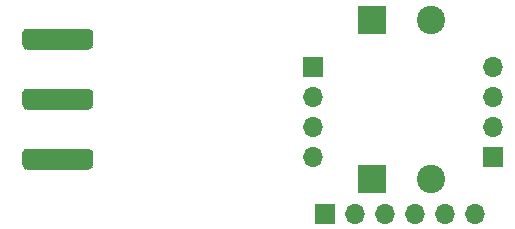
<source format=gbr>
%TF.GenerationSoftware,KiCad,Pcbnew,5.1.9+dfsg1-1*%
%TF.CreationDate,2021-06-24T19:32:38+02:00*%
%TF.ProjectId,pcb,7063622e-6b69-4636-9164-5f7063625858,rev?*%
%TF.SameCoordinates,Original*%
%TF.FileFunction,Soldermask,Bot*%
%TF.FilePolarity,Negative*%
%FSLAX46Y46*%
G04 Gerber Fmt 4.6, Leading zero omitted, Abs format (unit mm)*
G04 Created by KiCad (PCBNEW 5.1.9+dfsg1-1) date 2021-06-24 19:32:38*
%MOMM*%
%LPD*%
G01*
G04 APERTURE LIST*
%ADD10R,2.400000X2.400000*%
%ADD11C,2.400000*%
%ADD12R,1.700000X1.700000*%
%ADD13O,1.700000X1.700000*%
%ADD14C,0.100000*%
G04 APERTURE END LIST*
D10*
%TO.C,C3*%
X170100000Y-120200000D03*
D11*
X175100000Y-120200000D03*
%TD*%
D12*
%TO.C,P1*%
X165090000Y-124200000D03*
D13*
X165090000Y-126740000D03*
X165090000Y-129280000D03*
X165090000Y-131820000D03*
%TD*%
%TO.C,P2*%
X180330000Y-124200000D03*
X180330000Y-126740000D03*
X180330000Y-129280000D03*
D12*
X180330000Y-131820000D03*
%TD*%
%TO.C,J1*%
G36*
G01*
X146050000Y-132900000D02*
X140950000Y-132900000D01*
G75*
G02*
X140500000Y-132450000I0J450000D01*
G01*
X140500000Y-131550000D01*
G75*
G02*
X140950000Y-131100000I450000J0D01*
G01*
X146050000Y-131100000D01*
G75*
G02*
X146500000Y-131550000I0J-450000D01*
G01*
X146500000Y-132450000D01*
G75*
G02*
X146050000Y-132900000I-450000J0D01*
G01*
G37*
G36*
G01*
X146050000Y-127820000D02*
X140950000Y-127820000D01*
G75*
G02*
X140500000Y-127370000I0J450000D01*
G01*
X140500000Y-126470000D01*
G75*
G02*
X140950000Y-126020000I450000J0D01*
G01*
X146050000Y-126020000D01*
G75*
G02*
X146500000Y-126470000I0J-450000D01*
G01*
X146500000Y-127370000D01*
G75*
G02*
X146050000Y-127820000I-450000J0D01*
G01*
G37*
G36*
G01*
X146050000Y-122740000D02*
X140950000Y-122740000D01*
G75*
G02*
X140500000Y-122290000I0J450000D01*
G01*
X140500000Y-121390000D01*
G75*
G02*
X140950000Y-120940000I450000J0D01*
G01*
X146050000Y-120940000D01*
G75*
G02*
X146500000Y-121390000I0J-450000D01*
G01*
X146500000Y-122290000D01*
G75*
G02*
X146050000Y-122740000I-450000J0D01*
G01*
G37*
%TD*%
%TO.C,J2*%
X166100000Y-136600000D03*
D13*
X168640000Y-136600000D03*
X171180000Y-136600000D03*
X173720000Y-136600000D03*
X176260000Y-136600000D03*
X178800000Y-136600000D03*
%TD*%
D10*
%TO.C,C7*%
X170100000Y-133700000D03*
D11*
X175100000Y-133700000D03*
%TD*%
D14*
G36*
X140501990Y-132449804D02*
G01*
X140510617Y-132537396D01*
X140536111Y-132621439D01*
X140577510Y-132698891D01*
X140633223Y-132766777D01*
X140701109Y-132822490D01*
X140778561Y-132863889D01*
X140862604Y-132889383D01*
X140950196Y-132898010D01*
X140951822Y-132899175D01*
X140951626Y-132901165D01*
X140950000Y-132902000D01*
X140893641Y-132902000D01*
X140893445Y-132901990D01*
X140811826Y-132893951D01*
X140811441Y-132893875D01*
X140738858Y-132871857D01*
X140738496Y-132871707D01*
X140671611Y-132835956D01*
X140671285Y-132835738D01*
X140612654Y-132787623D01*
X140612377Y-132787346D01*
X140564262Y-132728715D01*
X140564044Y-132728389D01*
X140528293Y-132661504D01*
X140528143Y-132661142D01*
X140506125Y-132588559D01*
X140506049Y-132588174D01*
X140498010Y-132506555D01*
X140498000Y-132506359D01*
X140498000Y-132450000D01*
X140499000Y-132448268D01*
X140501000Y-132448268D01*
X140501990Y-132449804D01*
G37*
G36*
X146501165Y-132448374D02*
G01*
X146502000Y-132450000D01*
X146502000Y-132506359D01*
X146501990Y-132506555D01*
X146493951Y-132588174D01*
X146493875Y-132588559D01*
X146471857Y-132661142D01*
X146471707Y-132661504D01*
X146435956Y-132728389D01*
X146435738Y-132728715D01*
X146387623Y-132787346D01*
X146387346Y-132787623D01*
X146328715Y-132835738D01*
X146328389Y-132835956D01*
X146261504Y-132871707D01*
X146261142Y-132871857D01*
X146188559Y-132893875D01*
X146188174Y-132893951D01*
X146106555Y-132901990D01*
X146106359Y-132902000D01*
X146050000Y-132902000D01*
X146048268Y-132901000D01*
X146048268Y-132899000D01*
X146049804Y-132898010D01*
X146137396Y-132889383D01*
X146221439Y-132863889D01*
X146298891Y-132822490D01*
X146366777Y-132766777D01*
X146422490Y-132698891D01*
X146463889Y-132621439D01*
X146489383Y-132537396D01*
X146498010Y-132449804D01*
X146499175Y-132448178D01*
X146501165Y-132448374D01*
G37*
G36*
X140951732Y-131099000D02*
G01*
X140951732Y-131101000D01*
X140950196Y-131101990D01*
X140862604Y-131110617D01*
X140778561Y-131136111D01*
X140701109Y-131177510D01*
X140633223Y-131233223D01*
X140577510Y-131301109D01*
X140536111Y-131378561D01*
X140510617Y-131462604D01*
X140501990Y-131550196D01*
X140500825Y-131551822D01*
X140498835Y-131551626D01*
X140498000Y-131550000D01*
X140498000Y-131493641D01*
X140498010Y-131493445D01*
X140506049Y-131411826D01*
X140506125Y-131411441D01*
X140528143Y-131338858D01*
X140528293Y-131338496D01*
X140564044Y-131271611D01*
X140564262Y-131271285D01*
X140612377Y-131212654D01*
X140612654Y-131212377D01*
X140671285Y-131164262D01*
X140671611Y-131164044D01*
X140738496Y-131128293D01*
X140738858Y-131128143D01*
X140811441Y-131106125D01*
X140811826Y-131106049D01*
X140893445Y-131098010D01*
X140893641Y-131098000D01*
X140950000Y-131098000D01*
X140951732Y-131099000D01*
G37*
G36*
X146106555Y-131098010D02*
G01*
X146188174Y-131106049D01*
X146188559Y-131106125D01*
X146261142Y-131128143D01*
X146261504Y-131128293D01*
X146328389Y-131164044D01*
X146328715Y-131164262D01*
X146387346Y-131212377D01*
X146387623Y-131212654D01*
X146435738Y-131271285D01*
X146435956Y-131271611D01*
X146471707Y-131338496D01*
X146471857Y-131338858D01*
X146493875Y-131411441D01*
X146493951Y-131411826D01*
X146501990Y-131493445D01*
X146502000Y-131493641D01*
X146502000Y-131550000D01*
X146501000Y-131551732D01*
X146499000Y-131551732D01*
X146498010Y-131550196D01*
X146489383Y-131462604D01*
X146463889Y-131378561D01*
X146422490Y-131301109D01*
X146366777Y-131233223D01*
X146298891Y-131177510D01*
X146221439Y-131136111D01*
X146137396Y-131110617D01*
X146049804Y-131101990D01*
X146048178Y-131100825D01*
X146048374Y-131098835D01*
X146050000Y-131098000D01*
X146106359Y-131098000D01*
X146106555Y-131098010D01*
G37*
G36*
X140501990Y-127369804D02*
G01*
X140510617Y-127457396D01*
X140536111Y-127541439D01*
X140577510Y-127618891D01*
X140633223Y-127686777D01*
X140701109Y-127742490D01*
X140778561Y-127783889D01*
X140862604Y-127809383D01*
X140950196Y-127818010D01*
X140951822Y-127819175D01*
X140951626Y-127821165D01*
X140950000Y-127822000D01*
X140893641Y-127822000D01*
X140893445Y-127821990D01*
X140811826Y-127813951D01*
X140811441Y-127813875D01*
X140738858Y-127791857D01*
X140738496Y-127791707D01*
X140671611Y-127755956D01*
X140671285Y-127755738D01*
X140612654Y-127707623D01*
X140612377Y-127707346D01*
X140564262Y-127648715D01*
X140564044Y-127648389D01*
X140528293Y-127581504D01*
X140528143Y-127581142D01*
X140506125Y-127508559D01*
X140506049Y-127508174D01*
X140498010Y-127426555D01*
X140498000Y-127426359D01*
X140498000Y-127370000D01*
X140499000Y-127368268D01*
X140501000Y-127368268D01*
X140501990Y-127369804D01*
G37*
G36*
X146501165Y-127368374D02*
G01*
X146502000Y-127370000D01*
X146502000Y-127426359D01*
X146501990Y-127426555D01*
X146493951Y-127508174D01*
X146493875Y-127508559D01*
X146471857Y-127581142D01*
X146471707Y-127581504D01*
X146435956Y-127648389D01*
X146435738Y-127648715D01*
X146387623Y-127707346D01*
X146387346Y-127707623D01*
X146328715Y-127755738D01*
X146328389Y-127755956D01*
X146261504Y-127791707D01*
X146261142Y-127791857D01*
X146188559Y-127813875D01*
X146188174Y-127813951D01*
X146106555Y-127821990D01*
X146106359Y-127822000D01*
X146050000Y-127822000D01*
X146048268Y-127821000D01*
X146048268Y-127819000D01*
X146049804Y-127818010D01*
X146137396Y-127809383D01*
X146221439Y-127783889D01*
X146298891Y-127742490D01*
X146366777Y-127686777D01*
X146422490Y-127618891D01*
X146463889Y-127541439D01*
X146489383Y-127457396D01*
X146498010Y-127369804D01*
X146499175Y-127368178D01*
X146501165Y-127368374D01*
G37*
G36*
X140951732Y-126019000D02*
G01*
X140951732Y-126021000D01*
X140950196Y-126021990D01*
X140862604Y-126030617D01*
X140778561Y-126056111D01*
X140701109Y-126097510D01*
X140633223Y-126153223D01*
X140577510Y-126221109D01*
X140536111Y-126298561D01*
X140510617Y-126382604D01*
X140501990Y-126470196D01*
X140500825Y-126471822D01*
X140498835Y-126471626D01*
X140498000Y-126470000D01*
X140498000Y-126413641D01*
X140498010Y-126413445D01*
X140506049Y-126331826D01*
X140506125Y-126331441D01*
X140528143Y-126258858D01*
X140528293Y-126258496D01*
X140564044Y-126191611D01*
X140564262Y-126191285D01*
X140612377Y-126132654D01*
X140612654Y-126132377D01*
X140671285Y-126084262D01*
X140671611Y-126084044D01*
X140738496Y-126048293D01*
X140738858Y-126048143D01*
X140811441Y-126026125D01*
X140811826Y-126026049D01*
X140893445Y-126018010D01*
X140893641Y-126018000D01*
X140950000Y-126018000D01*
X140951732Y-126019000D01*
G37*
G36*
X146106555Y-126018010D02*
G01*
X146188174Y-126026049D01*
X146188559Y-126026125D01*
X146261142Y-126048143D01*
X146261504Y-126048293D01*
X146328389Y-126084044D01*
X146328715Y-126084262D01*
X146387346Y-126132377D01*
X146387623Y-126132654D01*
X146435738Y-126191285D01*
X146435956Y-126191611D01*
X146471707Y-126258496D01*
X146471857Y-126258858D01*
X146493875Y-126331441D01*
X146493951Y-126331826D01*
X146501990Y-126413445D01*
X146502000Y-126413641D01*
X146502000Y-126470000D01*
X146501000Y-126471732D01*
X146499000Y-126471732D01*
X146498010Y-126470196D01*
X146489383Y-126382604D01*
X146463889Y-126298561D01*
X146422490Y-126221109D01*
X146366777Y-126153223D01*
X146298891Y-126097510D01*
X146221439Y-126056111D01*
X146137396Y-126030617D01*
X146049804Y-126021990D01*
X146048178Y-126020825D01*
X146048374Y-126018835D01*
X146050000Y-126018000D01*
X146106359Y-126018000D01*
X146106555Y-126018010D01*
G37*
G36*
X146501165Y-122288374D02*
G01*
X146502000Y-122290000D01*
X146502000Y-122346359D01*
X146501990Y-122346555D01*
X146493951Y-122428174D01*
X146493875Y-122428559D01*
X146471857Y-122501142D01*
X146471707Y-122501504D01*
X146435956Y-122568389D01*
X146435738Y-122568715D01*
X146387623Y-122627346D01*
X146387346Y-122627623D01*
X146328715Y-122675738D01*
X146328389Y-122675956D01*
X146261504Y-122711707D01*
X146261142Y-122711857D01*
X146188559Y-122733875D01*
X146188174Y-122733951D01*
X146106555Y-122741990D01*
X146106359Y-122742000D01*
X146050000Y-122742000D01*
X146048268Y-122741000D01*
X146048268Y-122739000D01*
X146049804Y-122738010D01*
X146137396Y-122729383D01*
X146221439Y-122703889D01*
X146298891Y-122662490D01*
X146366777Y-122606777D01*
X146422490Y-122538891D01*
X146463889Y-122461439D01*
X146489383Y-122377396D01*
X146498010Y-122289804D01*
X146499175Y-122288178D01*
X146501165Y-122288374D01*
G37*
G36*
X140501990Y-122289804D02*
G01*
X140510617Y-122377396D01*
X140536111Y-122461439D01*
X140577510Y-122538891D01*
X140633223Y-122606777D01*
X140701109Y-122662490D01*
X140778561Y-122703889D01*
X140862604Y-122729383D01*
X140950196Y-122738010D01*
X140951822Y-122739175D01*
X140951626Y-122741165D01*
X140950000Y-122742000D01*
X140893641Y-122742000D01*
X140893445Y-122741990D01*
X140811826Y-122733951D01*
X140811441Y-122733875D01*
X140738858Y-122711857D01*
X140738496Y-122711707D01*
X140671611Y-122675956D01*
X140671285Y-122675738D01*
X140612654Y-122627623D01*
X140612377Y-122627346D01*
X140564262Y-122568715D01*
X140564044Y-122568389D01*
X140528293Y-122501504D01*
X140528143Y-122501142D01*
X140506125Y-122428559D01*
X140506049Y-122428174D01*
X140498010Y-122346555D01*
X140498000Y-122346359D01*
X140498000Y-122290000D01*
X140499000Y-122288268D01*
X140501000Y-122288268D01*
X140501990Y-122289804D01*
G37*
G36*
X140951732Y-120939000D02*
G01*
X140951732Y-120941000D01*
X140950196Y-120941990D01*
X140862604Y-120950617D01*
X140778561Y-120976111D01*
X140701109Y-121017510D01*
X140633223Y-121073223D01*
X140577510Y-121141109D01*
X140536111Y-121218561D01*
X140510617Y-121302604D01*
X140501990Y-121390196D01*
X140500825Y-121391822D01*
X140498835Y-121391626D01*
X140498000Y-121390000D01*
X140498000Y-121333641D01*
X140498010Y-121333445D01*
X140506049Y-121251826D01*
X140506125Y-121251441D01*
X140528143Y-121178858D01*
X140528293Y-121178496D01*
X140564044Y-121111611D01*
X140564262Y-121111285D01*
X140612377Y-121052654D01*
X140612654Y-121052377D01*
X140671285Y-121004262D01*
X140671611Y-121004044D01*
X140738496Y-120968293D01*
X140738858Y-120968143D01*
X140811441Y-120946125D01*
X140811826Y-120946049D01*
X140893445Y-120938010D01*
X140893641Y-120938000D01*
X140950000Y-120938000D01*
X140951732Y-120939000D01*
G37*
G36*
X146106555Y-120938010D02*
G01*
X146188174Y-120946049D01*
X146188559Y-120946125D01*
X146261142Y-120968143D01*
X146261504Y-120968293D01*
X146328389Y-121004044D01*
X146328715Y-121004262D01*
X146387346Y-121052377D01*
X146387623Y-121052654D01*
X146435738Y-121111285D01*
X146435956Y-121111611D01*
X146471707Y-121178496D01*
X146471857Y-121178858D01*
X146493875Y-121251441D01*
X146493951Y-121251826D01*
X146501990Y-121333445D01*
X146502000Y-121333641D01*
X146502000Y-121390000D01*
X146501000Y-121391732D01*
X146499000Y-121391732D01*
X146498010Y-121390196D01*
X146489383Y-121302604D01*
X146463889Y-121218561D01*
X146422490Y-121141109D01*
X146366777Y-121073223D01*
X146298891Y-121017510D01*
X146221439Y-120976111D01*
X146137396Y-120950617D01*
X146049804Y-120941990D01*
X146048178Y-120940825D01*
X146048374Y-120938835D01*
X146050000Y-120938000D01*
X146106359Y-120938000D01*
X146106555Y-120938010D01*
G37*
M02*

</source>
